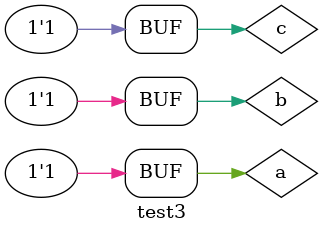
<source format=v>
module test3;

    reg a;
    reg b;
    reg c;

    initial begin 
        a = 1;
        c = 1;
        $monitor("MON [%0t] a: %0d, b: %0d, c: %0d", $time, a, b, c);
    end

    always @(*) begin 
        // Causes an infinite loop
        b = !a | c;
    end

endmodule

</source>
